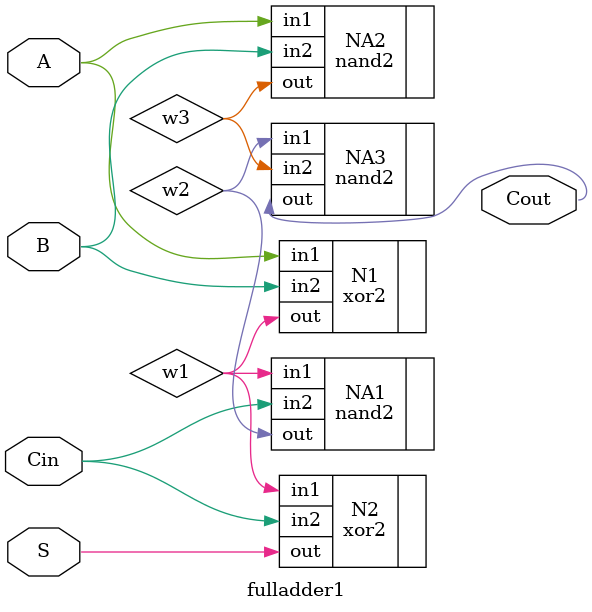
<source format=v>
module fulladder1(A, B, Cin, S, Cout);
input A, B, Cin;
input S;
output Cout;
wire w1, w2, w3;

 xor2 N1( .in1(A), .in2(B), .out(w1));
 xor2 N2( .in1(w1), .in2(Cin), .out(S));
 nand2 NA1( .in1(w1), .in2(Cin), .out(w2));
 nand2 NA2( .in1(A), .in2(B), .out(w3));
 nand2 NA3( .in1(w2), .in2(w3), .out(Cout));

endmodule


</source>
